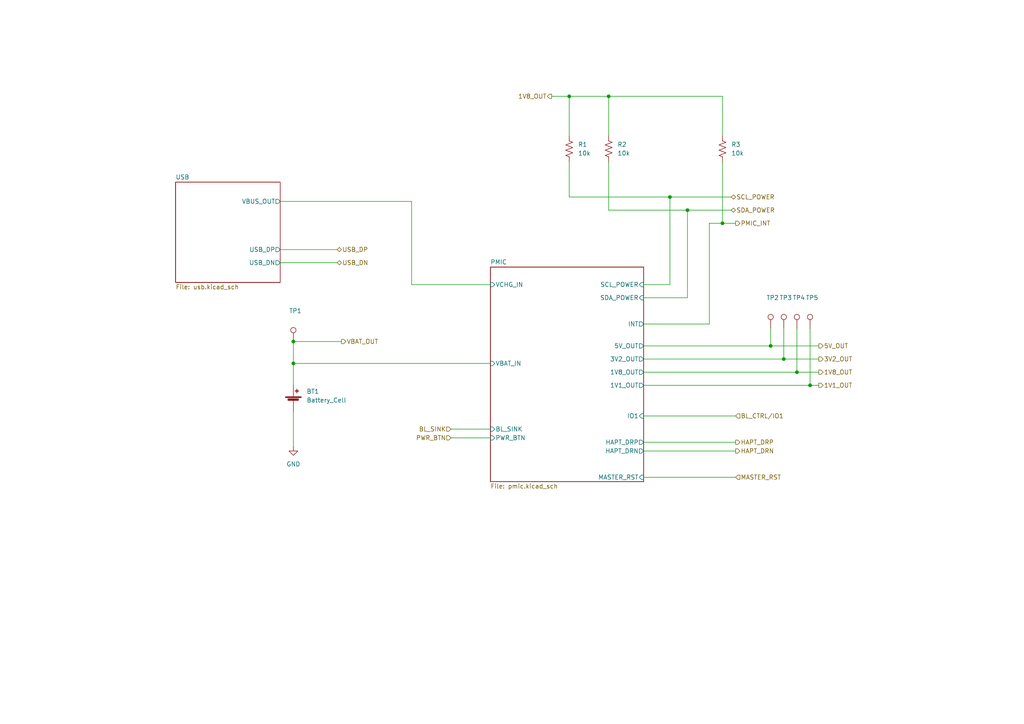
<source format=kicad_sch>
(kicad_sch (version 20230121) (generator eeschema)
  (paper "A4")
  (title_block (title "Power Path") (rev "A") (company "Matthew Mirvish") (comment 1 "MWatch -- a cool smartwatch"))
  (lib_symbols
    (symbol "Connector:TestPoint" (pin_numbers hide) (pin_names (offset 0.762) hide)
      (property "Reference" "TP" (at 0 6.858 0))
      (property "Value" "TestPoint" (at 0 5.08 0))
      (symbol "TestPoint_0_1"
        (circle (center 0 3.302) (radius 0.762))
      )
      (symbol "TestPoint_1_1"
        (pin passive line (at 0 0 90) (length 2.54) (name "1") (number "1"))
      )
    )
    (symbol "Device:Battery_Cell" (pin_numbers hide) (pin_names (offset 0) hide)
      (property "Reference" "BT" (at 2.54 2.54 0))
      (property "Value" "Battery_Cell" (at 2.54 0 0))
      (symbol "Battery_Cell_0_1"
        (rectangle (start -2.286 1.778) (end 2.286 1.524) (fill (type outline)))
        (rectangle (start -1.5748 1.1938) (end 1.4732 0.6858) (fill (type outline)))
        (polyline (pts (xy 0 0.762) (xy 0 0)))
        (polyline (pts (xy 0 1.778) (xy 0 2.54)))
        (polyline (pts (xy 0.508 3.429) (xy 1.524 3.429)) (stroke (width 0.254)))
        (polyline (pts (xy 1.016 3.937) (xy 1.016 2.921)) (stroke (width 0.254)))
      )
      (symbol "Battery_Cell_1_1"
        (pin passive line (at 0 5.08 270) (length 2.54) (name "+") (number "1"))
        (pin passive line (at 0 -2.54 90) (length 2.54) (name "-") (number "2"))
      )
    )
    (symbol "Device:R_US" (pin_numbers hide) (pin_names (offset 0))
      (property "Reference" "R" (at 2.54 0 90))
      (property "Value" "R_US" (at -2.54 0 90))
      (symbol "R_US_0_1"
        (polyline (pts (xy 0 -2.286) (xy 0 -2.54)))
        (polyline (pts (xy 0 2.286) (xy 0 2.54)))
        (polyline (pts (xy 0 -0.762) (xy 1.016 -1.143) (xy 0 -1.524) (xy -1.016 -1.905) (xy 0 -2.286)))
        (polyline (pts (xy 0 0.762) (xy 1.016 0.381) (xy 0 0) (xy -1.016 -0.381) (xy 0 -0.762)))
        (polyline (pts (xy 0 2.286) (xy 1.016 1.905) (xy 0 1.524) (xy -1.016 1.143) (xy 0 0.762)))
      )
      (symbol "R_US_1_1"
        (pin passive line (at 0 3.81 270) (length 1.27) (name "~") (number "1"))
        (pin passive line (at 0 -3.81 90) (length 1.27) (name "~") (number "2"))
      )
    )
    (symbol "power:GND" (power) (pin_names (offset 0))
      (property "Value" "GND" (at 0 -3.81 0))
      (symbol "GND_0_1"
        (polyline (pts (xy 0 0) (xy 0 -1.27) (xy 1.27 -1.27) (xy 0 -2.54) (xy -1.27 -1.27) (xy 0 -1.27)))
      )
      (symbol "GND_1_1"
        (pin power_in line (at 0 0 270) (length 0) hide (name "GND") (number "1"))
      )
    )
  )
  (junction (at 231.14 107.95))
  (junction (at 227.33 104.14))
  (junction (at 85.09 105.41))
  (junction (at 234.95 111.76))
  (junction (at 223.52 100.33))
  (junction (at 176.53 27.94))
  (junction (at 85.09 99.06))
  (junction (at 165.1 27.94))
  (junction (at 209.55 64.77))
  (junction (at 194.31 57.15))
  (junction (at 199.39 60.96))
  (wire (pts (xy 85.09 119.38) (xy 85.09 129.54)))
  (wire (pts (xy 176.53 46.99) (xy 176.53 60.96)))
  (wire (pts (xy 81.28 76.2) (xy 97.79 76.2)))
  (wire (pts (xy 165.1 27.94) (xy 165.1 39.37)))
  (wire (pts (xy 227.33 95.25) (xy 227.33 104.14)))
  (wire (pts (xy 194.31 57.15) (xy 212.09 57.15)))
  (wire (pts (xy 81.28 72.39) (xy 97.79 72.39)))
  (wire (pts (xy 186.69 128.27) (xy 213.36 128.27)))
  (wire (pts (xy 234.95 95.25) (xy 234.95 111.76)))
  (wire (pts (xy 199.39 60.96) (xy 212.09 60.96)))
  (wire (pts (xy 186.69 100.33) (xy 223.52 100.33)))
  (wire (pts (xy 85.09 105.41) (xy 85.09 99.06)))
  (wire (pts (xy 227.33 104.14) (xy 237.49 104.14)))
  (wire (pts (xy 130.81 124.46) (xy 142.24 124.46)))
  (wire (pts (xy 234.95 111.76) (xy 237.49 111.76)))
  (wire (pts (xy 223.52 95.25) (xy 223.52 100.33)))
  (wire (pts (xy 176.53 60.96) (xy 199.39 60.96)))
  (wire (pts (xy 85.09 105.41) (xy 142.24 105.41)))
  (wire (pts (xy 223.52 100.33) (xy 237.49 100.33)))
  (wire (pts (xy 194.31 82.55) (xy 194.31 57.15)))
  (wire (pts (xy 81.28 58.42) (xy 119.38 58.42)))
  (wire (pts (xy 165.1 46.99) (xy 165.1 57.15)))
  (wire (pts (xy 186.69 111.76) (xy 234.95 111.76)))
  (wire (pts (xy 231.14 107.95) (xy 237.49 107.95)))
  (wire (pts (xy 119.38 82.55) (xy 142.24 82.55)))
  (wire (pts (xy 186.69 130.81) (xy 213.36 130.81)))
  (wire (pts (xy 186.69 104.14) (xy 227.33 104.14)))
  (wire (pts (xy 176.53 39.37) (xy 176.53 27.94)))
  (wire (pts (xy 186.69 82.55) (xy 194.31 82.55)))
  (wire (pts (xy 85.09 111.76) (xy 85.09 105.41)))
  (wire (pts (xy 130.81 127) (xy 142.24 127)))
  (wire (pts (xy 186.69 107.95) (xy 231.14 107.95)))
  (wire (pts (xy 209.55 46.99) (xy 209.55 64.77)))
  (wire (pts (xy 186.69 93.98) (xy 205.74 93.98)))
  (wire (pts (xy 165.1 27.94) (xy 160.02 27.94)))
  (wire (pts (xy 199.39 86.36) (xy 186.69 86.36)))
  (wire (pts (xy 199.39 60.96) (xy 199.39 86.36)))
  (wire (pts (xy 186.69 120.65) (xy 213.36 120.65)))
  (wire (pts (xy 186.69 138.43) (xy 213.36 138.43)))
  (wire (pts (xy 231.14 95.25) (xy 231.14 107.95)))
  (wire (pts (xy 209.55 27.94) (xy 209.55 39.37)))
  (wire (pts (xy 176.53 27.94) (xy 165.1 27.94)))
  (wire (pts (xy 209.55 64.77) (xy 213.36 64.77)))
  (wire (pts (xy 85.09 99.06) (xy 99.06 99.06)))
  (wire (pts (xy 119.38 58.42) (xy 119.38 82.55)))
  (wire (pts (xy 205.74 64.77) (xy 209.55 64.77)))
  (wire (pts (xy 165.1 57.15) (xy 194.31 57.15)))
  (wire (pts (xy 176.53 27.94) (xy 209.55 27.94)))
  (wire (pts (xy 205.74 93.98) (xy 205.74 64.77)))
  (hierarchical_label "USB_DN" (shape bidirectional) (at 97.79 76.2 0))
  (hierarchical_label "PWR_BTN" (shape input) (at 130.81 127 180))
  (hierarchical_label "BL_CTRL{slash}IO1" (shape input) (at 213.36 120.65 0))
  (hierarchical_label "3V2_OUT" (shape output) (at 237.49 104.14 0))
  (hierarchical_label "VBAT_OUT" (shape output) (at 99.06 99.06 0))
  (hierarchical_label "HAPT_DRP" (shape output) (at 213.36 128.27 0))
  (hierarchical_label "SCL_POWER" (shape bidirectional) (at 212.09 57.15 0))
  (hierarchical_label "BL_SINK" (shape input) (at 130.81 124.46 180))
  (hierarchical_label "MASTER_RST" (shape input) (at 213.36 138.43 0))
  (hierarchical_label "PMIC_INT" (shape output) (at 213.36 64.77 0))
  (hierarchical_label "SDA_POWER" (shape bidirectional) (at 212.09 60.96 0))
  (hierarchical_label "1V1_OUT" (shape output) (at 237.49 111.76 0))
  (hierarchical_label "1V8_OUT" (shape output) (at 160.02 27.94 180))
  (hierarchical_label "1V8_OUT" (shape output) (at 237.49 107.95 0))
  (hierarchical_label "5V_OUT" (shape output) (at 237.49 100.33 0))
  (hierarchical_label "USB_DP" (shape bidirectional) (at 97.79 72.39 0))
  (hierarchical_label "HAPT_DRN" (shape output) (at 213.36 130.81 0))
  (symbol (lib_id "Device:Battery_Cell") (at 85.09 116.84 0) (unit 1)
    (property "Reference" "BT1" (at 88.9 113.5379 0) (effects (justify left)))
    (property "Value" "Battery_Cell" (at 88.9 116.0779 0) (effects (justify left)))
    (property "Footprint" "Connector_JST:JST_PH_B3B-PH-K_1x03_P2.00mm_Vertical" (effects hide))
    (property "Description" "CONN HEADER VERT 3POS 2MM" (effects hide))
    (property "MPN" "B3B-PH-K-S(LF)(SN)" (effects hide))
  )
  (symbol (lib_id "Connector:TestPoint") (at 223.52 95.25 0) (unit 1)
    (property "Reference" "TP2" (at 222.25 86.36 0) (effects (justify left)))
    (property "Value" "TestPoint" (effects hide))
    (property "Footprint" "TestPoint:TestPoint_Pad_D2.5mm" (effects hide))
  )
  (symbol (lib_id "Connector:TestPoint") (at 234.95 95.25 0) (unit 1)
    (property "Reference" "TP5" (at 233.68 86.36 0) (effects (justify left)))
    (property "Value" "TestPoint" (effects hide))
    (property "Footprint" "TestPoint:TestPoint_Pad_D2.5mm" (effects hide))
  )
  (symbol (lib_id "Device:R_US") (at 165.1 43.18 0) (unit 1)
    (property "Reference" "R1" (at 167.64 41.9099 0) (effects (justify left)))
    (property "Value" "10k" (at 167.64 44.4499 0) (effects (justify left)))
    (property "Footprint" "Resistor_SMD:R_0201_0603Metric" (effects hide))
    (property "Description" "RES SMD 10KOHM 1% 1/20W 0201" (effects hide))
    (property "MPN" "RC0201FR-0710KL" (effects hide))
  )
  (symbol (lib_id "Device:R_US") (at 176.53 43.18 0) (unit 1)
    (property "Reference" "R2" (at 179.07 41.9099 0) (effects (justify left)))
    (property "Value" "10k" (at 179.07 44.4499 0) (effects (justify left)))
    (property "Footprint" "Resistor_SMD:R_0201_0603Metric" (effects hide))
    (property "Description" "RES SMD 10KOHM 1% 1/20W 0201" (effects hide))
    (property "MPN" "RC0201FR-0710KL" (effects hide))
  )
  (symbol (lib_id "Device:R_US") (at 209.55 43.18 0) (unit 1)
    (property "Reference" "R3" (at 212.09 41.9099 0) (effects (justify left)))
    (property "Value" "10k" (at 212.09 44.4499 0) (effects (justify left)))
    (property "Footprint" "Resistor_SMD:R_0201_0603Metric" (effects hide))
    (property "Description" "RES SMD 10KOHM 1% 1/20W 0201" (effects hide))
    (property "MPN" "RC0201FR-0710KL" (effects hide))
  )
  (symbol (lib_id "Connector:TestPoint") (at 231.14 95.25 0) (unit 1)
    (property "Reference" "TP4" (at 229.87 86.36 0) (effects (justify left)))
    (property "Value" "TestPoint" (effects hide))
    (property "Footprint" "TestPoint:TestPoint_Pad_D2.5mm" (effects hide))
  )
  (symbol (lib_id "Connector:TestPoint") (at 85.09 99.06 0) (unit 1)
    (property "Reference" "TP1" (at 83.82 90.17 0) (effects (justify left)))
    (property "Value" "TestPoint" (effects hide))
    (property "Footprint" "TestPoint:TestPoint_Pad_D2.5mm" (effects hide))
  )
  (symbol (lib_id "power:GND") (at 85.09 129.54 0) (unit 1)
    (property "Reference" "#PWR06" (effects hide))
    (property "Value" "GND" (at 85.09 134.62 0))
  )
  (symbol (lib_id "Connector:TestPoint") (at 227.33 95.25 0) (unit 1)
    (property "Reference" "TP3" (at 226.06 86.36 0) (effects (justify left)))
    (property "Value" "TestPoint" (effects hide))
    (property "Footprint" "TestPoint:TestPoint_Pad_D2.5mm" (effects hide))
  )
  (sheet (at 50.927 52.832) (size 30.353 29.083) (stroke (width 0.1524))
    (property "Sheetname" "USB" (at 50.927 52.1204 0) (effects (justify left bottom)))
    (property "Sheetfile" "usb.kicad_sch" (at 50.927 82.4996 0) (effects (justify left top)))
    (pin "VBUS_OUT" output (at 81.28 58.42 0))
    (pin "USB_DP" output (at 81.28 72.39 0))
    (pin "USB_DN" output (at 81.28 76.2 0))
  )
  (sheet (at 142.24 77.47) (size 44.45 62.23) (stroke (width 0.1524))
    (property "Sheetname" "PMIC" (at 142.24 76.7584 0) (effects (justify left bottom)))
    (property "Sheetfile" "pmic.kicad_sch" (at 142.24 140.2846 0) (effects (justify left top)))
    (pin "VCHG_IN" input (at 142.24 82.55 180))
    (pin "VBAT_IN" input (at 142.24 105.41 180))
    (pin "SDA_POWER" input (at 186.69 86.36 0))
    (pin "SCL_POWER" input (at 186.69 82.55 0))
    (pin "PWR_BTN" input (at 142.24 127 180))
    (pin "5V_OUT" output (at 186.69 100.33 0))
    (pin "1V8_OUT" output (at 186.69 107.95 0))
    (pin "1V1_OUT" output (at 186.69 111.76 0))
    (pin "3V2_OUT" output (at 186.69 104.14 0))
    (pin "BL_SINK" input (at 142.24 124.46 180))
    (pin "MASTER_RST" input (at 186.69 138.43 0))
    (pin "INT" output (at 186.69 93.98 0))
    (pin "IO1" input (at 186.69 120.65 0))
    (pin "HAPT_DRP" output (at 186.69 128.27 0))
    (pin "HAPT_DRN" output (at 186.69 130.81 0))
  )
)
</source>
